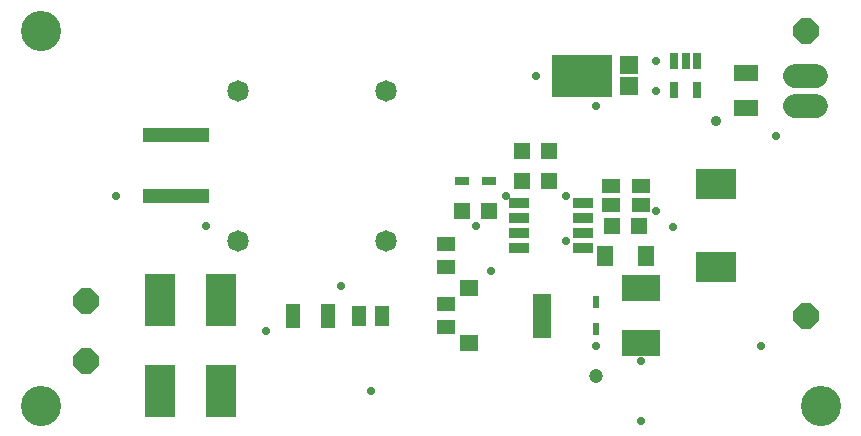
<source format=gbr>
G04 EAGLE Gerber RS-274X export*
G75*
%MOMM*%
%FSLAX34Y34*%
%LPD*%
%INSoldermask Bottom*%
%IPPOS*%
%AMOC8*
5,1,8,0,0,1.08239X$1,22.5*%
G01*
%ADD10C,3.403200*%
%ADD11R,2.503200X4.503200*%
%ADD12R,3.203200X2.203200*%
%ADD13R,1.278200X0.703200*%
%ADD14R,1.603200X1.603200*%
%ADD15R,5.063200X3.563200*%
%ADD16R,1.731200X0.853200*%
%ADD17R,0.803200X1.403200*%
%ADD18P,2.309387X8X22.500000*%
%ADD19C,2.032000*%
%ADD20R,1.603200X1.403200*%
%ADD21R,1.603200X3.703200*%
%ADD22R,1.603200X1.303200*%
%ADD23R,1.453200X1.703200*%
%ADD24R,1.353200X1.353200*%
%ADD25R,2.003200X1.403200*%
%ADD26R,0.623200X1.073200*%
%ADD27C,1.823200*%
%ADD28R,1.633200X1.143200*%
%ADD29R,1.253200X2.003200*%
%ADD30R,1.153200X1.653200*%
%ADD31R,5.553200X1.263200*%
%ADD32R,3.353200X2.503200*%
%ADD33C,0.705600*%
%ADD34C,1.203200*%
%ADD35C,0.903200*%


D10*
X12700Y342900D03*
X673100Y25400D03*
X12700Y25400D03*
D11*
X114200Y114700D03*
X114200Y37700D03*
X165200Y37700D03*
X165200Y114700D03*
D12*
X520700Y124850D03*
X520700Y78350D03*
D13*
X369500Y215900D03*
X392500Y215900D03*
D14*
X511150Y295600D03*
X511150Y314000D03*
D15*
X471350Y304800D03*
D16*
X471610Y196850D03*
X471610Y184150D03*
X471610Y171450D03*
X471610Y158750D03*
X417390Y158750D03*
X417390Y171450D03*
X417390Y184150D03*
X417390Y196850D03*
D17*
X549300Y317300D03*
X558800Y317300D03*
X568300Y317300D03*
X568300Y292300D03*
X549300Y292300D03*
D18*
X50800Y114300D03*
X50800Y63500D03*
D19*
X651256Y304800D02*
X669544Y304800D01*
X669544Y279400D02*
X651256Y279400D01*
D20*
X375400Y78600D03*
D21*
X437400Y101600D03*
D20*
X375400Y124600D03*
D22*
X355600Y111600D03*
X355600Y91600D03*
X355600Y142400D03*
X355600Y162400D03*
D23*
X525250Y152400D03*
X490750Y152400D03*
D24*
X496250Y177800D03*
X519750Y177800D03*
X392750Y190500D03*
X369250Y190500D03*
D25*
X609600Y277100D03*
X609600Y307100D03*
D24*
X443550Y215900D03*
X420050Y215900D03*
X420050Y241300D03*
X443550Y241300D03*
D26*
X482600Y112850D03*
X482600Y90350D03*
D27*
X304800Y165100D03*
X179800Y165100D03*
D28*
X495300Y195000D03*
X495300Y211400D03*
X520700Y195000D03*
X520700Y211400D03*
D29*
X226300Y101600D03*
X256300Y101600D03*
D30*
X302100Y101600D03*
X282100Y101600D03*
D31*
X127000Y202600D03*
X127000Y254600D03*
D18*
X660400Y342900D03*
X660400Y101600D03*
D27*
X304800Y292100D03*
X179800Y292100D03*
D32*
X584200Y212800D03*
X584200Y142800D03*
D33*
X457200Y165100D03*
X457200Y203200D03*
X520700Y12700D03*
X482600Y76200D03*
X406400Y203200D03*
X431800Y304800D03*
X533400Y292100D03*
X482600Y279400D03*
X533400Y317500D03*
D34*
X482600Y50800D03*
D33*
X520700Y63500D03*
X393700Y139700D03*
X381000Y177800D03*
X203200Y88900D03*
X533400Y190500D03*
X547729Y176171D03*
X622300Y76200D03*
D35*
X584200Y266700D03*
D33*
X635000Y254000D03*
X292100Y38100D03*
X266700Y127000D03*
X152400Y177800D03*
X76200Y203200D03*
M02*

</source>
